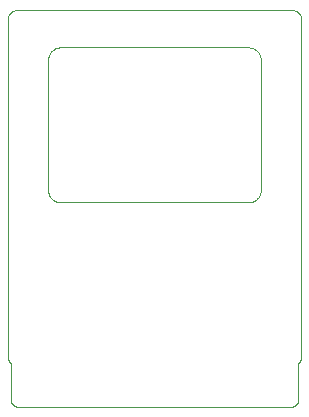
<source format=gbr>
%TF.GenerationSoftware,KiCad,Pcbnew,8.0.4*%
%TF.CreationDate,2024-10-20T23:48:37-07:00*%
%TF.ProjectId,MacSAO,4d616353-414f-42e6-9b69-6361645f7063,rev?*%
%TF.SameCoordinates,Original*%
%TF.FileFunction,Profile,NP*%
%FSLAX46Y46*%
G04 Gerber Fmt 4.6, Leading zero omitted, Abs format (unit mm)*
G04 Created by KiCad (PCBNEW 8.0.4) date 2024-10-20 23:48:37*
%MOMM*%
%LPD*%
G01*
G04 APERTURE LIST*
%TA.AperFunction,Profile*%
%ADD10C,0.047907*%
%TD*%
%TA.AperFunction,Profile*%
%ADD11C,0.049999*%
%TD*%
G04 APERTURE END LIST*
D10*
X175530161Y-76017052D02*
X175583686Y-76020936D01*
X175636389Y-76027335D01*
X175688209Y-76036185D01*
X175739081Y-76047425D01*
X175788943Y-76060993D01*
X175837730Y-76076828D01*
X175885379Y-76094867D01*
X175931828Y-76115048D01*
X175977013Y-76137309D01*
X176020870Y-76161590D01*
X176063336Y-76187826D01*
X176104348Y-76215958D01*
X176143843Y-76245922D01*
X176181757Y-76277658D01*
X176218026Y-76311102D01*
X176252588Y-76346193D01*
X176285380Y-76382870D01*
X176316337Y-76421069D01*
X176345397Y-76460730D01*
X176372495Y-76501791D01*
X176397570Y-76544189D01*
X176420557Y-76587862D01*
X176441394Y-76632749D01*
X176460016Y-76678788D01*
X176476361Y-76725917D01*
X176490364Y-76774074D01*
X176501964Y-76823196D01*
X176511097Y-76873223D01*
X176517698Y-76924092D01*
X176521705Y-76975741D01*
X176523055Y-77028109D01*
X176523055Y-88115488D01*
X176521705Y-88167872D01*
X176517698Y-88219571D01*
X176511097Y-88270521D01*
X176501964Y-88320658D01*
X176490364Y-88369918D01*
X176476361Y-88418237D01*
X176460016Y-88465550D01*
X176441394Y-88511793D01*
X176420557Y-88556902D01*
X176397570Y-88600814D01*
X176372495Y-88643464D01*
X176345397Y-88684787D01*
X176316337Y-88724720D01*
X176285380Y-88763198D01*
X176252588Y-88800157D01*
X176218026Y-88835534D01*
X176181757Y-88869264D01*
X176143843Y-88901282D01*
X176104348Y-88931525D01*
X176063336Y-88959929D01*
X176020870Y-88986429D01*
X175977013Y-89010961D01*
X175931828Y-89033461D01*
X175885379Y-89053866D01*
X175837730Y-89072110D01*
X175788943Y-89088129D01*
X175739081Y-89101860D01*
X175688209Y-89113239D01*
X175636389Y-89122200D01*
X175583686Y-89128681D01*
X175530161Y-89132616D01*
X175475879Y-89133942D01*
X159585223Y-89133942D01*
X159530924Y-89132616D01*
X159477349Y-89128681D01*
X159424563Y-89122200D01*
X159372633Y-89113239D01*
X159321623Y-89101860D01*
X159271600Y-89088129D01*
X159222629Y-89072110D01*
X159174775Y-89053866D01*
X159128104Y-89033461D01*
X159082682Y-89010961D01*
X159038573Y-88986429D01*
X158995845Y-88959929D01*
X158954562Y-88931525D01*
X158914789Y-88901282D01*
X158876593Y-88869264D01*
X158840039Y-88835534D01*
X158805192Y-88800157D01*
X158772118Y-88763198D01*
X158740883Y-88724720D01*
X158711553Y-88684787D01*
X158684191Y-88643464D01*
X158658865Y-88600814D01*
X158635640Y-88556902D01*
X158614582Y-88511793D01*
X158595755Y-88465550D01*
X158579226Y-88418237D01*
X158565060Y-88369918D01*
X158553322Y-88320658D01*
X158544079Y-88270521D01*
X158537396Y-88219571D01*
X158533337Y-88167872D01*
X158531970Y-88115488D01*
X158531970Y-77028109D01*
X158533168Y-76978978D01*
X158536726Y-76930447D01*
X158542590Y-76882571D01*
X158550707Y-76835402D01*
X158561024Y-76788991D01*
X158573487Y-76743393D01*
X158588043Y-76698660D01*
X158604638Y-76654845D01*
X158623218Y-76612000D01*
X158643731Y-76570178D01*
X158666122Y-76529432D01*
X158690339Y-76489815D01*
X158716328Y-76451380D01*
X158744035Y-76414178D01*
X158773407Y-76378264D01*
X158804391Y-76343689D01*
X158836932Y-76310507D01*
X158870978Y-76278770D01*
X158906475Y-76248531D01*
X158943370Y-76219842D01*
X158981609Y-76192757D01*
X159021138Y-76167329D01*
X159061905Y-76143609D01*
X159103855Y-76121652D01*
X159146936Y-76101508D01*
X159191093Y-76083232D01*
X159236274Y-76066876D01*
X159282425Y-76052493D01*
X159329492Y-76040136D01*
X159377422Y-76029856D01*
X159426162Y-76021708D01*
X159475658Y-76015744D01*
X175475879Y-76015744D01*
X175530161Y-76017052D01*
D11*
X179245161Y-72867052D02*
X179283775Y-72869971D01*
X179321814Y-72874780D01*
X179359229Y-72881431D01*
X179395976Y-72889876D01*
X179432007Y-72900070D01*
X179467274Y-72911965D01*
X179501732Y-72925513D01*
X179535334Y-72940669D01*
X179568032Y-72957384D01*
X179599780Y-72975613D01*
X179630531Y-72995308D01*
X179660239Y-73016421D01*
X179688856Y-73038907D01*
X179716335Y-73062717D01*
X179742630Y-73087806D01*
X179767695Y-73114125D01*
X179791481Y-73141629D01*
X179813943Y-73170269D01*
X179835034Y-73200000D01*
X179854706Y-73230773D01*
X179872913Y-73262543D01*
X179889608Y-73295261D01*
X179904745Y-73328882D01*
X179918276Y-73363357D01*
X179930155Y-73398641D01*
X179940335Y-73434685D01*
X179948769Y-73471444D01*
X179955410Y-73508869D01*
X179960212Y-73546915D01*
X179963127Y-73585533D01*
X179964109Y-73624678D01*
X179964109Y-102170737D01*
X179962839Y-102214728D01*
X179959077Y-102257984D01*
X179952898Y-102300444D01*
X179944375Y-102342051D01*
X179933581Y-102382747D01*
X179920591Y-102422474D01*
X179905478Y-102461174D01*
X179888316Y-102498788D01*
X179869178Y-102535259D01*
X179848138Y-102570527D01*
X179825271Y-102604536D01*
X179800648Y-102637227D01*
X179774346Y-102668542D01*
X179746436Y-102698423D01*
X179716993Y-102726811D01*
X179686090Y-102753649D01*
X179686090Y-105851649D01*
X179685333Y-105881782D01*
X179683086Y-105911510D01*
X179679385Y-105940798D01*
X179674265Y-105969607D01*
X179667765Y-105997903D01*
X179659918Y-106025650D01*
X179650763Y-106052810D01*
X179640334Y-106079348D01*
X179628668Y-106105228D01*
X179615801Y-106130414D01*
X179601770Y-106154868D01*
X179586611Y-106178556D01*
X179570359Y-106201442D01*
X179553051Y-106223488D01*
X179534723Y-106244658D01*
X179515411Y-106264918D01*
X179495151Y-106284229D01*
X179473981Y-106302557D01*
X179451935Y-106319865D01*
X179429050Y-106336117D01*
X179405362Y-106351276D01*
X179380907Y-106365307D01*
X179355722Y-106378174D01*
X179329842Y-106389839D01*
X179303304Y-106400268D01*
X179276144Y-106409423D01*
X179248399Y-106417269D01*
X179220103Y-106423770D01*
X179191294Y-106428889D01*
X179162008Y-106432590D01*
X179132280Y-106434838D01*
X179102148Y-106435595D01*
X155962477Y-106435595D01*
X155932344Y-106434838D01*
X155902616Y-106432590D01*
X155873330Y-106428889D01*
X155844520Y-106423770D01*
X155816225Y-106417269D01*
X155788479Y-106409423D01*
X155761319Y-106400267D01*
X155734781Y-106389839D01*
X155708901Y-106378173D01*
X155683716Y-106365306D01*
X155659261Y-106351275D01*
X155635573Y-106336116D01*
X155612688Y-106319864D01*
X155590642Y-106302556D01*
X155569472Y-106284228D01*
X155549212Y-106264916D01*
X155529901Y-106244657D01*
X155511573Y-106223486D01*
X155494265Y-106201440D01*
X155478013Y-106178555D01*
X155462854Y-106154867D01*
X155448822Y-106130412D01*
X155435956Y-106105226D01*
X155424290Y-106079346D01*
X155413862Y-106052808D01*
X155404706Y-106025648D01*
X155396860Y-105997902D01*
X155390359Y-105969606D01*
X155385240Y-105940797D01*
X155381539Y-105911510D01*
X155379291Y-105881782D01*
X155378534Y-105851649D01*
X155378534Y-102753649D01*
X155347607Y-102726813D01*
X155318134Y-102698427D01*
X155290189Y-102668550D01*
X155263847Y-102637239D01*
X155239184Y-102604552D01*
X155216273Y-102570547D01*
X155195190Y-102535282D01*
X155176009Y-102498815D01*
X155158804Y-102461204D01*
X155143651Y-102422506D01*
X155130625Y-102382779D01*
X155119799Y-102342081D01*
X155111249Y-102300470D01*
X155105050Y-102258003D01*
X155101275Y-102214740D01*
X155100000Y-102170737D01*
X155100000Y-73624678D01*
X155100984Y-73585533D01*
X155103904Y-73546915D01*
X155108712Y-73508869D01*
X155115363Y-73471444D01*
X155123808Y-73434685D01*
X155134002Y-73398641D01*
X155145896Y-73363357D01*
X155159445Y-73328882D01*
X155174601Y-73295261D01*
X155191316Y-73262543D01*
X155209545Y-73230773D01*
X155229239Y-73200000D01*
X155250353Y-73170269D01*
X155272838Y-73141629D01*
X155296649Y-73114125D01*
X155321737Y-73087806D01*
X155348057Y-73062717D01*
X155375560Y-73038907D01*
X155404201Y-73016421D01*
X155433931Y-72995308D01*
X155464705Y-72975613D01*
X155496474Y-72957384D01*
X155529193Y-72940669D01*
X155562813Y-72925513D01*
X155597289Y-72911965D01*
X155632572Y-72900070D01*
X155668617Y-72889876D01*
X155705376Y-72881431D01*
X155742801Y-72874780D01*
X155780847Y-72869971D01*
X155819465Y-72867052D01*
X155858610Y-72866068D01*
X179206018Y-72866068D01*
X179245161Y-72867052D01*
M02*

</source>
